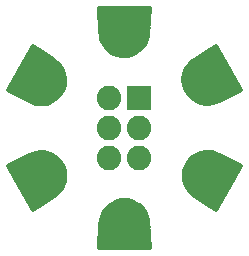
<source format=gts>
G75*
%MOIN*%
%OFA0B0*%
%FSLAX24Y24*%
%IPPOS*%
%LPD*%
%AMOC8*
5,1,8,0,0,1.08239X$1,22.5*
%
%ADD10C,0.1346*%
%ADD11C,0.0120*%
%ADD12R,0.0820X0.0820*%
%ADD13C,0.0820*%
D10*
X001479Y002560D03*
X004250Y000960D03*
X007021Y002560D03*
X007021Y005760D03*
X004250Y007360D03*
X001479Y005760D03*
D11*
X000361Y002896D02*
X001211Y001424D01*
X001879Y001867D01*
X001984Y001936D01*
X002078Y002022D01*
X002156Y002121D01*
X002217Y002232D01*
X002259Y002351D01*
X002282Y002475D01*
X002284Y002602D01*
X002266Y002727D01*
X002228Y002847D01*
X002172Y002960D01*
X002099Y003062D01*
X002012Y003151D01*
X001912Y003226D01*
X001802Y003285D01*
X001684Y003326D01*
X001561Y003349D01*
X001437Y003353D01*
X001313Y003338D01*
X001192Y003305D01*
X001079Y003253D01*
X000361Y002896D01*
X000367Y002886D02*
X002209Y002886D01*
X002254Y002767D02*
X000435Y002767D01*
X000504Y002649D02*
X002278Y002649D01*
X002283Y002530D02*
X000572Y002530D01*
X000641Y002412D02*
X002270Y002412D01*
X002239Y002293D02*
X000709Y002293D01*
X000778Y002175D02*
X002185Y002175D01*
X002104Y002056D02*
X000846Y002056D01*
X000914Y001938D02*
X001986Y001938D01*
X001806Y001819D02*
X000983Y001819D01*
X001051Y001701D02*
X001628Y001701D01*
X001449Y001582D02*
X001120Y001582D01*
X001188Y001464D02*
X001271Y001464D01*
X000578Y003004D02*
X002140Y003004D01*
X002039Y003123D02*
X000816Y003123D01*
X001055Y003241D02*
X001884Y003241D01*
X001564Y004957D02*
X001437Y004954D01*
X001312Y004972D01*
X001192Y005010D01*
X001079Y005067D01*
X000361Y005424D01*
X001211Y006896D01*
X001879Y006453D01*
X001980Y006380D01*
X002070Y006293D01*
X002145Y006193D01*
X002204Y006083D01*
X002245Y005965D01*
X002268Y005843D01*
X002272Y005718D01*
X002257Y005594D01*
X002223Y005474D01*
X002172Y005360D01*
X002102Y005254D01*
X002017Y005161D01*
X001918Y005083D01*
X001807Y005022D01*
X001688Y004979D01*
X001564Y004957D01*
X001797Y005019D02*
X001175Y005019D01*
X000938Y005137D02*
X001986Y005137D01*
X002103Y005256D02*
X000700Y005256D01*
X000461Y005374D02*
X002178Y005374D01*
X002229Y005493D02*
X000401Y005493D01*
X000469Y005611D02*
X002259Y005611D01*
X002272Y005730D02*
X000537Y005730D01*
X000606Y005848D02*
X002267Y005848D01*
X002245Y005967D02*
X000674Y005967D01*
X000743Y006085D02*
X002203Y006085D01*
X002137Y006204D02*
X000811Y006204D01*
X000879Y006322D02*
X002040Y006322D01*
X001896Y006441D02*
X000948Y006441D01*
X001016Y006559D02*
X001719Y006559D01*
X001540Y006678D02*
X001085Y006678D01*
X001153Y006796D02*
X001362Y006796D01*
X003450Y007360D02*
X003400Y008160D01*
X005100Y008160D01*
X005050Y007360D01*
X005038Y007236D01*
X005007Y007115D01*
X004958Y007000D01*
X004892Y006894D01*
X004811Y006799D01*
X004716Y006718D01*
X004610Y006652D01*
X004495Y006603D01*
X004374Y006572D01*
X004250Y006560D01*
X004124Y006567D01*
X004000Y006595D01*
X003883Y006641D01*
X003775Y006707D01*
X003679Y006789D01*
X003597Y006885D01*
X003531Y006993D01*
X003485Y007110D01*
X003457Y007234D01*
X003450Y007360D01*
X003448Y007389D02*
X005052Y007389D01*
X005041Y007270D02*
X003455Y007270D01*
X003475Y007152D02*
X005016Y007152D01*
X004972Y007033D02*
X003516Y007033D01*
X003579Y006915D02*
X004905Y006915D01*
X004807Y006796D02*
X003672Y006796D01*
X003823Y006678D02*
X004651Y006678D01*
X005059Y007507D02*
X003441Y007507D01*
X003433Y007626D02*
X005067Y007626D01*
X005074Y007744D02*
X003426Y007744D01*
X003419Y007863D02*
X005081Y007863D01*
X005089Y007981D02*
X003411Y007981D01*
X003404Y008100D02*
X005096Y008100D01*
X006516Y006384D02*
X006621Y006453D01*
X007289Y006896D01*
X008139Y005424D01*
X007421Y005067D01*
X007308Y005015D01*
X007187Y004982D01*
X007063Y004967D01*
X006939Y004971D01*
X006816Y004994D01*
X006698Y005035D01*
X006588Y005094D01*
X006488Y005169D01*
X006401Y005258D01*
X006328Y005360D01*
X006272Y005473D01*
X006234Y005593D01*
X006216Y005718D01*
X006218Y005845D01*
X006241Y005969D01*
X006283Y006088D01*
X006344Y006199D01*
X006422Y006298D01*
X006516Y006384D01*
X006448Y006322D02*
X007621Y006322D01*
X007689Y006204D02*
X006348Y006204D01*
X006282Y006085D02*
X007757Y006085D01*
X007826Y005967D02*
X006240Y005967D01*
X006219Y005848D02*
X007894Y005848D01*
X007963Y005730D02*
X006216Y005730D01*
X006231Y005611D02*
X008031Y005611D01*
X008099Y005493D02*
X006265Y005493D01*
X006321Y005374D02*
X008039Y005374D01*
X007800Y005256D02*
X006404Y005256D01*
X006531Y005137D02*
X007562Y005137D01*
X007314Y005019D02*
X006745Y005019D01*
X006603Y006441D02*
X007552Y006441D01*
X007484Y006559D02*
X006781Y006559D01*
X006960Y006678D02*
X007415Y006678D01*
X007347Y006796D02*
X007138Y006796D01*
X007063Y003366D02*
X006936Y003363D01*
X006812Y003341D01*
X006693Y003298D01*
X006582Y003237D01*
X006483Y003159D01*
X006398Y003066D01*
X006328Y002960D01*
X006277Y002846D01*
X006243Y002726D01*
X006228Y002602D01*
X006232Y002477D01*
X006255Y002355D01*
X006296Y002237D01*
X006355Y002127D01*
X006430Y002027D01*
X006520Y001940D01*
X006621Y001867D01*
X007289Y001424D01*
X008139Y002896D01*
X007421Y003253D01*
X007308Y003310D01*
X007188Y003348D01*
X007063Y003366D01*
X007106Y003360D02*
X006916Y003360D01*
X006590Y003241D02*
X007445Y003241D01*
X007684Y003123D02*
X006450Y003123D01*
X006357Y003004D02*
X007922Y003004D01*
X008133Y002886D02*
X006295Y002886D01*
X006254Y002767D02*
X008065Y002767D01*
X007996Y002649D02*
X006234Y002649D01*
X006230Y002530D02*
X007928Y002530D01*
X007859Y002412D02*
X006244Y002412D01*
X006277Y002293D02*
X007791Y002293D01*
X007722Y002175D02*
X006330Y002175D01*
X006409Y002056D02*
X007654Y002056D01*
X007586Y001938D02*
X006523Y001938D01*
X006694Y001819D02*
X007517Y001819D01*
X007449Y001701D02*
X006872Y001701D01*
X007051Y001582D02*
X007380Y001582D01*
X007312Y001464D02*
X007229Y001464D01*
X005043Y001086D02*
X005050Y000960D01*
X005100Y000160D01*
X003400Y000160D01*
X005100Y000160D01*
X005093Y000279D02*
X003407Y000279D01*
X003415Y000397D02*
X005085Y000397D01*
X005078Y000516D02*
X003422Y000516D01*
X003430Y000634D02*
X005070Y000634D01*
X005063Y000753D02*
X003437Y000753D01*
X003444Y000871D02*
X005056Y000871D01*
X005048Y000990D02*
X003453Y000990D01*
X003450Y000960D02*
X003400Y000160D01*
X003450Y000960D02*
X003462Y001084D01*
X003493Y001205D01*
X003542Y001320D01*
X003608Y001426D01*
X003689Y001521D01*
X003784Y001602D01*
X003890Y001668D01*
X004005Y001717D01*
X004126Y001748D01*
X004250Y001760D01*
X004376Y001753D01*
X004500Y001725D01*
X004617Y001679D01*
X004725Y001613D01*
X004821Y001531D01*
X004903Y001435D01*
X004969Y001327D01*
X005015Y001210D01*
X005043Y001086D01*
X005038Y001108D02*
X003468Y001108D01*
X003502Y001227D02*
X005009Y001227D01*
X004958Y001345D02*
X003557Y001345D01*
X003640Y001464D02*
X004879Y001464D01*
X004762Y001582D02*
X003760Y001582D01*
X003966Y001701D02*
X004562Y001701D01*
D12*
X004750Y005160D03*
D13*
X004750Y004160D03*
X003750Y004160D03*
X003750Y005160D03*
X003750Y003160D03*
X004750Y003160D03*
M02*

</source>
